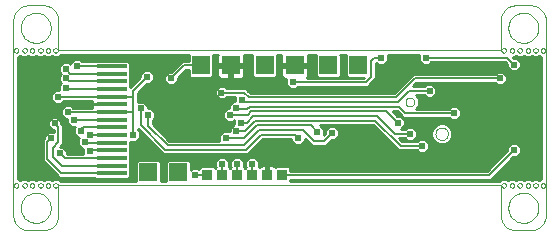
<source format=gbl>
G75*
%MOIN*%
%OFA0B0*%
%FSLAX24Y24*%
%IPPOS*%
%LPD*%
%AMOC8*
5,1,8,0,0,1.08239X$1,22.5*
%
%ADD10C,0.0000*%
%ADD11R,0.0600X0.0600*%
%ADD12R,0.1024X0.0138*%
%ADD13R,0.0320X0.0350*%
%ADD14C,0.0100*%
%ADD15C,0.0240*%
%ADD16C,0.0080*%
D10*
X004943Y002893D02*
X005443Y002893D01*
X005487Y002895D01*
X005530Y002901D01*
X005572Y002910D01*
X005614Y002923D01*
X005654Y002940D01*
X005693Y002960D01*
X005730Y002983D01*
X005764Y003010D01*
X005797Y003039D01*
X005826Y003072D01*
X005853Y003106D01*
X005876Y003143D01*
X005896Y003182D01*
X005913Y003222D01*
X005926Y003264D01*
X005935Y003306D01*
X005941Y003349D01*
X005943Y003393D01*
X005943Y004393D01*
X020693Y004393D01*
X020693Y003393D01*
X020695Y003349D01*
X020701Y003306D01*
X020710Y003264D01*
X020723Y003222D01*
X020740Y003182D01*
X020760Y003143D01*
X020783Y003106D01*
X020810Y003072D01*
X020839Y003039D01*
X020872Y003010D01*
X020906Y002983D01*
X020943Y002960D01*
X020982Y002940D01*
X021022Y002923D01*
X021064Y002910D01*
X021106Y002901D01*
X021149Y002895D01*
X021193Y002893D01*
X021693Y002893D01*
X021737Y002895D01*
X021780Y002901D01*
X021822Y002910D01*
X021864Y002923D01*
X021904Y002940D01*
X021943Y002960D01*
X021980Y002983D01*
X022014Y003010D01*
X022047Y003039D01*
X022076Y003072D01*
X022103Y003106D01*
X022126Y003143D01*
X022146Y003182D01*
X022163Y003222D01*
X022176Y003264D01*
X022185Y003306D01*
X022191Y003349D01*
X022193Y003393D01*
X022193Y009893D01*
X022191Y009937D01*
X022185Y009980D01*
X022176Y010022D01*
X022163Y010064D01*
X022146Y010104D01*
X022126Y010143D01*
X022103Y010180D01*
X022076Y010214D01*
X022047Y010247D01*
X022014Y010276D01*
X021980Y010303D01*
X021943Y010326D01*
X021904Y010346D01*
X021864Y010363D01*
X021822Y010376D01*
X021780Y010385D01*
X021737Y010391D01*
X021693Y010393D01*
X021193Y010393D01*
X021149Y010391D01*
X021106Y010385D01*
X021064Y010376D01*
X021022Y010363D01*
X020982Y010346D01*
X020943Y010326D01*
X020906Y010303D01*
X020872Y010276D01*
X020839Y010247D01*
X020810Y010214D01*
X020783Y010180D01*
X020760Y010143D01*
X020740Y010104D01*
X020723Y010064D01*
X020710Y010022D01*
X020701Y009980D01*
X020695Y009937D01*
X020693Y009893D01*
X020693Y008893D01*
X005943Y008893D01*
X005943Y009893D01*
X005941Y009937D01*
X005935Y009980D01*
X005926Y010022D01*
X005913Y010064D01*
X005896Y010104D01*
X005876Y010143D01*
X005853Y010180D01*
X005826Y010214D01*
X005797Y010247D01*
X005764Y010276D01*
X005730Y010303D01*
X005693Y010326D01*
X005654Y010346D01*
X005614Y010363D01*
X005572Y010376D01*
X005530Y010385D01*
X005487Y010391D01*
X005443Y010393D01*
X004943Y010393D01*
X004899Y010391D01*
X004856Y010385D01*
X004814Y010376D01*
X004772Y010363D01*
X004732Y010346D01*
X004693Y010326D01*
X004656Y010303D01*
X004622Y010276D01*
X004589Y010247D01*
X004560Y010214D01*
X004533Y010180D01*
X004510Y010143D01*
X004490Y010104D01*
X004473Y010064D01*
X004460Y010022D01*
X004451Y009980D01*
X004445Y009937D01*
X004443Y009893D01*
X004443Y003393D01*
X004445Y003349D01*
X004451Y003306D01*
X004460Y003264D01*
X004473Y003222D01*
X004490Y003182D01*
X004510Y003143D01*
X004533Y003106D01*
X004560Y003072D01*
X004589Y003039D01*
X004622Y003010D01*
X004656Y002983D01*
X004693Y002960D01*
X004732Y002940D01*
X004772Y002923D01*
X004814Y002910D01*
X004856Y002901D01*
X004899Y002895D01*
X004943Y002893D01*
X004693Y003643D02*
X004695Y003687D01*
X004701Y003731D01*
X004711Y003774D01*
X004724Y003816D01*
X004741Y003857D01*
X004762Y003896D01*
X004786Y003933D01*
X004813Y003968D01*
X004843Y004000D01*
X004876Y004030D01*
X004912Y004056D01*
X004949Y004080D01*
X004989Y004099D01*
X005030Y004116D01*
X005073Y004128D01*
X005116Y004137D01*
X005160Y004142D01*
X005204Y004143D01*
X005248Y004140D01*
X005292Y004133D01*
X005335Y004122D01*
X005377Y004108D01*
X005417Y004090D01*
X005456Y004068D01*
X005492Y004044D01*
X005526Y004016D01*
X005558Y003985D01*
X005587Y003951D01*
X005613Y003915D01*
X005635Y003877D01*
X005654Y003837D01*
X005669Y003795D01*
X005681Y003753D01*
X005689Y003709D01*
X005693Y003665D01*
X005693Y003621D01*
X005689Y003577D01*
X005681Y003533D01*
X005669Y003491D01*
X005654Y003449D01*
X005635Y003409D01*
X005613Y003371D01*
X005587Y003335D01*
X005558Y003301D01*
X005526Y003270D01*
X005492Y003242D01*
X005456Y003218D01*
X005417Y003196D01*
X005377Y003178D01*
X005335Y003164D01*
X005292Y003153D01*
X005248Y003146D01*
X005204Y003143D01*
X005160Y003144D01*
X005116Y003149D01*
X005073Y003158D01*
X005030Y003170D01*
X004989Y003187D01*
X004949Y003206D01*
X004912Y003230D01*
X004876Y003256D01*
X004843Y003286D01*
X004813Y003318D01*
X004786Y003353D01*
X004762Y003390D01*
X004741Y003429D01*
X004724Y003470D01*
X004711Y003512D01*
X004701Y003555D01*
X004695Y003599D01*
X004693Y003643D01*
X004743Y004393D02*
X004745Y004410D01*
X004750Y004426D01*
X004759Y004440D01*
X004771Y004452D01*
X004785Y004461D01*
X004801Y004466D01*
X004818Y004468D01*
X004835Y004466D01*
X004851Y004461D01*
X004865Y004452D01*
X004877Y004440D01*
X004886Y004426D01*
X004891Y004410D01*
X004893Y004393D01*
X004891Y004376D01*
X004886Y004360D01*
X004877Y004346D01*
X004865Y004334D01*
X004851Y004325D01*
X004835Y004320D01*
X004818Y004318D01*
X004801Y004320D01*
X004785Y004325D01*
X004771Y004334D01*
X004759Y004346D01*
X004750Y004360D01*
X004745Y004376D01*
X004743Y004393D01*
X004462Y004393D02*
X004464Y004410D01*
X004469Y004426D01*
X004478Y004440D01*
X004490Y004452D01*
X004504Y004461D01*
X004520Y004466D01*
X004537Y004468D01*
X004554Y004466D01*
X004570Y004461D01*
X004584Y004452D01*
X004596Y004440D01*
X004605Y004426D01*
X004610Y004410D01*
X004612Y004393D01*
X004610Y004376D01*
X004605Y004360D01*
X004596Y004346D01*
X004584Y004334D01*
X004570Y004325D01*
X004554Y004320D01*
X004537Y004318D01*
X004520Y004320D01*
X004504Y004325D01*
X004490Y004334D01*
X004478Y004346D01*
X004469Y004360D01*
X004464Y004376D01*
X004462Y004393D01*
X004993Y004393D02*
X004995Y004410D01*
X005000Y004426D01*
X005009Y004440D01*
X005021Y004452D01*
X005035Y004461D01*
X005051Y004466D01*
X005068Y004468D01*
X005085Y004466D01*
X005101Y004461D01*
X005115Y004452D01*
X005127Y004440D01*
X005136Y004426D01*
X005141Y004410D01*
X005143Y004393D01*
X005141Y004376D01*
X005136Y004360D01*
X005127Y004346D01*
X005115Y004334D01*
X005101Y004325D01*
X005085Y004320D01*
X005068Y004318D01*
X005051Y004320D01*
X005035Y004325D01*
X005021Y004334D01*
X005009Y004346D01*
X005000Y004360D01*
X004995Y004376D01*
X004993Y004393D01*
X005274Y004393D02*
X005276Y004410D01*
X005281Y004426D01*
X005290Y004440D01*
X005302Y004452D01*
X005316Y004461D01*
X005332Y004466D01*
X005349Y004468D01*
X005366Y004466D01*
X005382Y004461D01*
X005396Y004452D01*
X005408Y004440D01*
X005417Y004426D01*
X005422Y004410D01*
X005424Y004393D01*
X005422Y004376D01*
X005417Y004360D01*
X005408Y004346D01*
X005396Y004334D01*
X005382Y004325D01*
X005366Y004320D01*
X005349Y004318D01*
X005332Y004320D01*
X005316Y004325D01*
X005302Y004334D01*
X005290Y004346D01*
X005281Y004360D01*
X005276Y004376D01*
X005274Y004393D01*
X005524Y004393D02*
X005526Y004410D01*
X005531Y004426D01*
X005540Y004440D01*
X005552Y004452D01*
X005566Y004461D01*
X005582Y004466D01*
X005599Y004468D01*
X005616Y004466D01*
X005632Y004461D01*
X005646Y004452D01*
X005658Y004440D01*
X005667Y004426D01*
X005672Y004410D01*
X005674Y004393D01*
X005672Y004376D01*
X005667Y004360D01*
X005658Y004346D01*
X005646Y004334D01*
X005632Y004325D01*
X005616Y004320D01*
X005599Y004318D01*
X005582Y004320D01*
X005566Y004325D01*
X005552Y004334D01*
X005540Y004346D01*
X005531Y004360D01*
X005526Y004376D01*
X005524Y004393D01*
X005774Y004393D02*
X005776Y004410D01*
X005781Y004426D01*
X005790Y004440D01*
X005802Y004452D01*
X005816Y004461D01*
X005832Y004466D01*
X005849Y004468D01*
X005866Y004466D01*
X005882Y004461D01*
X005896Y004452D01*
X005908Y004440D01*
X005917Y004426D01*
X005922Y004410D01*
X005924Y004393D01*
X005922Y004376D01*
X005917Y004360D01*
X005908Y004346D01*
X005896Y004334D01*
X005882Y004325D01*
X005866Y004320D01*
X005849Y004318D01*
X005832Y004320D01*
X005816Y004325D01*
X005802Y004334D01*
X005790Y004346D01*
X005781Y004360D01*
X005776Y004376D01*
X005774Y004393D01*
X005774Y008893D02*
X005776Y008910D01*
X005781Y008926D01*
X005790Y008940D01*
X005802Y008952D01*
X005816Y008961D01*
X005832Y008966D01*
X005849Y008968D01*
X005866Y008966D01*
X005882Y008961D01*
X005896Y008952D01*
X005908Y008940D01*
X005917Y008926D01*
X005922Y008910D01*
X005924Y008893D01*
X005922Y008876D01*
X005917Y008860D01*
X005908Y008846D01*
X005896Y008834D01*
X005882Y008825D01*
X005866Y008820D01*
X005849Y008818D01*
X005832Y008820D01*
X005816Y008825D01*
X005802Y008834D01*
X005790Y008846D01*
X005781Y008860D01*
X005776Y008876D01*
X005774Y008893D01*
X005524Y008893D02*
X005526Y008910D01*
X005531Y008926D01*
X005540Y008940D01*
X005552Y008952D01*
X005566Y008961D01*
X005582Y008966D01*
X005599Y008968D01*
X005616Y008966D01*
X005632Y008961D01*
X005646Y008952D01*
X005658Y008940D01*
X005667Y008926D01*
X005672Y008910D01*
X005674Y008893D01*
X005672Y008876D01*
X005667Y008860D01*
X005658Y008846D01*
X005646Y008834D01*
X005632Y008825D01*
X005616Y008820D01*
X005599Y008818D01*
X005582Y008820D01*
X005566Y008825D01*
X005552Y008834D01*
X005540Y008846D01*
X005531Y008860D01*
X005526Y008876D01*
X005524Y008893D01*
X005274Y008893D02*
X005276Y008910D01*
X005281Y008926D01*
X005290Y008940D01*
X005302Y008952D01*
X005316Y008961D01*
X005332Y008966D01*
X005349Y008968D01*
X005366Y008966D01*
X005382Y008961D01*
X005396Y008952D01*
X005408Y008940D01*
X005417Y008926D01*
X005422Y008910D01*
X005424Y008893D01*
X005422Y008876D01*
X005417Y008860D01*
X005408Y008846D01*
X005396Y008834D01*
X005382Y008825D01*
X005366Y008820D01*
X005349Y008818D01*
X005332Y008820D01*
X005316Y008825D01*
X005302Y008834D01*
X005290Y008846D01*
X005281Y008860D01*
X005276Y008876D01*
X005274Y008893D01*
X004993Y008893D02*
X004995Y008910D01*
X005000Y008926D01*
X005009Y008940D01*
X005021Y008952D01*
X005035Y008961D01*
X005051Y008966D01*
X005068Y008968D01*
X005085Y008966D01*
X005101Y008961D01*
X005115Y008952D01*
X005127Y008940D01*
X005136Y008926D01*
X005141Y008910D01*
X005143Y008893D01*
X005141Y008876D01*
X005136Y008860D01*
X005127Y008846D01*
X005115Y008834D01*
X005101Y008825D01*
X005085Y008820D01*
X005068Y008818D01*
X005051Y008820D01*
X005035Y008825D01*
X005021Y008834D01*
X005009Y008846D01*
X005000Y008860D01*
X004995Y008876D01*
X004993Y008893D01*
X004743Y008893D02*
X004745Y008910D01*
X004750Y008926D01*
X004759Y008940D01*
X004771Y008952D01*
X004785Y008961D01*
X004801Y008966D01*
X004818Y008968D01*
X004835Y008966D01*
X004851Y008961D01*
X004865Y008952D01*
X004877Y008940D01*
X004886Y008926D01*
X004891Y008910D01*
X004893Y008893D01*
X004891Y008876D01*
X004886Y008860D01*
X004877Y008846D01*
X004865Y008834D01*
X004851Y008825D01*
X004835Y008820D01*
X004818Y008818D01*
X004801Y008820D01*
X004785Y008825D01*
X004771Y008834D01*
X004759Y008846D01*
X004750Y008860D01*
X004745Y008876D01*
X004743Y008893D01*
X004462Y008893D02*
X004464Y008910D01*
X004469Y008926D01*
X004478Y008940D01*
X004490Y008952D01*
X004504Y008961D01*
X004520Y008966D01*
X004537Y008968D01*
X004554Y008966D01*
X004570Y008961D01*
X004584Y008952D01*
X004596Y008940D01*
X004605Y008926D01*
X004610Y008910D01*
X004612Y008893D01*
X004610Y008876D01*
X004605Y008860D01*
X004596Y008846D01*
X004584Y008834D01*
X004570Y008825D01*
X004554Y008820D01*
X004537Y008818D01*
X004520Y008820D01*
X004504Y008825D01*
X004490Y008834D01*
X004478Y008846D01*
X004469Y008860D01*
X004464Y008876D01*
X004462Y008893D01*
X004693Y009643D02*
X004695Y009687D01*
X004701Y009731D01*
X004711Y009774D01*
X004724Y009816D01*
X004741Y009857D01*
X004762Y009896D01*
X004786Y009933D01*
X004813Y009968D01*
X004843Y010000D01*
X004876Y010030D01*
X004912Y010056D01*
X004949Y010080D01*
X004989Y010099D01*
X005030Y010116D01*
X005073Y010128D01*
X005116Y010137D01*
X005160Y010142D01*
X005204Y010143D01*
X005248Y010140D01*
X005292Y010133D01*
X005335Y010122D01*
X005377Y010108D01*
X005417Y010090D01*
X005456Y010068D01*
X005492Y010044D01*
X005526Y010016D01*
X005558Y009985D01*
X005587Y009951D01*
X005613Y009915D01*
X005635Y009877D01*
X005654Y009837D01*
X005669Y009795D01*
X005681Y009753D01*
X005689Y009709D01*
X005693Y009665D01*
X005693Y009621D01*
X005689Y009577D01*
X005681Y009533D01*
X005669Y009491D01*
X005654Y009449D01*
X005635Y009409D01*
X005613Y009371D01*
X005587Y009335D01*
X005558Y009301D01*
X005526Y009270D01*
X005492Y009242D01*
X005456Y009218D01*
X005417Y009196D01*
X005377Y009178D01*
X005335Y009164D01*
X005292Y009153D01*
X005248Y009146D01*
X005204Y009143D01*
X005160Y009144D01*
X005116Y009149D01*
X005073Y009158D01*
X005030Y009170D01*
X004989Y009187D01*
X004949Y009206D01*
X004912Y009230D01*
X004876Y009256D01*
X004843Y009286D01*
X004813Y009318D01*
X004786Y009353D01*
X004762Y009390D01*
X004741Y009429D01*
X004724Y009470D01*
X004711Y009512D01*
X004701Y009555D01*
X004695Y009599D01*
X004693Y009643D01*
X017516Y007172D02*
X017518Y007196D01*
X017524Y007219D01*
X017533Y007241D01*
X017546Y007261D01*
X017561Y007279D01*
X017580Y007294D01*
X017601Y007306D01*
X017623Y007314D01*
X017646Y007319D01*
X017670Y007320D01*
X017694Y007317D01*
X017716Y007310D01*
X017738Y007300D01*
X017758Y007287D01*
X017775Y007270D01*
X017789Y007251D01*
X017800Y007230D01*
X017808Y007207D01*
X017812Y007184D01*
X017812Y007160D01*
X017808Y007137D01*
X017800Y007114D01*
X017789Y007093D01*
X017775Y007074D01*
X017758Y007057D01*
X017738Y007044D01*
X017716Y007034D01*
X017694Y007027D01*
X017670Y007024D01*
X017646Y007025D01*
X017623Y007030D01*
X017601Y007038D01*
X017580Y007050D01*
X017561Y007065D01*
X017546Y007083D01*
X017533Y007103D01*
X017524Y007125D01*
X017518Y007148D01*
X017516Y007172D01*
X018515Y006114D02*
X018517Y006142D01*
X018523Y006170D01*
X018532Y006196D01*
X018545Y006222D01*
X018561Y006245D01*
X018581Y006265D01*
X018603Y006283D01*
X018627Y006298D01*
X018653Y006309D01*
X018680Y006317D01*
X018708Y006321D01*
X018736Y006321D01*
X018764Y006317D01*
X018791Y006309D01*
X018817Y006298D01*
X018841Y006283D01*
X018863Y006265D01*
X018883Y006245D01*
X018899Y006222D01*
X018912Y006196D01*
X018921Y006170D01*
X018927Y006142D01*
X018929Y006114D01*
X018927Y006086D01*
X018921Y006058D01*
X018912Y006032D01*
X018899Y006006D01*
X018883Y005983D01*
X018863Y005963D01*
X018841Y005945D01*
X018817Y005930D01*
X018791Y005919D01*
X018764Y005911D01*
X018736Y005907D01*
X018708Y005907D01*
X018680Y005911D01*
X018653Y005919D01*
X018627Y005930D01*
X018603Y005945D01*
X018581Y005963D01*
X018561Y005983D01*
X018545Y006006D01*
X018532Y006032D01*
X018523Y006058D01*
X018517Y006086D01*
X018515Y006114D01*
X020712Y004393D02*
X020714Y004410D01*
X020719Y004426D01*
X020728Y004440D01*
X020740Y004452D01*
X020754Y004461D01*
X020770Y004466D01*
X020787Y004468D01*
X020804Y004466D01*
X020820Y004461D01*
X020834Y004452D01*
X020846Y004440D01*
X020855Y004426D01*
X020860Y004410D01*
X020862Y004393D01*
X020860Y004376D01*
X020855Y004360D01*
X020846Y004346D01*
X020834Y004334D01*
X020820Y004325D01*
X020804Y004320D01*
X020787Y004318D01*
X020770Y004320D01*
X020754Y004325D01*
X020740Y004334D01*
X020728Y004346D01*
X020719Y004360D01*
X020714Y004376D01*
X020712Y004393D01*
X020993Y004393D02*
X020995Y004410D01*
X021000Y004426D01*
X021009Y004440D01*
X021021Y004452D01*
X021035Y004461D01*
X021051Y004466D01*
X021068Y004468D01*
X021085Y004466D01*
X021101Y004461D01*
X021115Y004452D01*
X021127Y004440D01*
X021136Y004426D01*
X021141Y004410D01*
X021143Y004393D01*
X021141Y004376D01*
X021136Y004360D01*
X021127Y004346D01*
X021115Y004334D01*
X021101Y004325D01*
X021085Y004320D01*
X021068Y004318D01*
X021051Y004320D01*
X021035Y004325D01*
X021021Y004334D01*
X021009Y004346D01*
X021000Y004360D01*
X020995Y004376D01*
X020993Y004393D01*
X021243Y004393D02*
X021245Y004410D01*
X021250Y004426D01*
X021259Y004440D01*
X021271Y004452D01*
X021285Y004461D01*
X021301Y004466D01*
X021318Y004468D01*
X021335Y004466D01*
X021351Y004461D01*
X021365Y004452D01*
X021377Y004440D01*
X021386Y004426D01*
X021391Y004410D01*
X021393Y004393D01*
X021391Y004376D01*
X021386Y004360D01*
X021377Y004346D01*
X021365Y004334D01*
X021351Y004325D01*
X021335Y004320D01*
X021318Y004318D01*
X021301Y004320D01*
X021285Y004325D01*
X021271Y004334D01*
X021259Y004346D01*
X021250Y004360D01*
X021245Y004376D01*
X021243Y004393D01*
X021524Y004393D02*
X021526Y004410D01*
X021531Y004426D01*
X021540Y004440D01*
X021552Y004452D01*
X021566Y004461D01*
X021582Y004466D01*
X021599Y004468D01*
X021616Y004466D01*
X021632Y004461D01*
X021646Y004452D01*
X021658Y004440D01*
X021667Y004426D01*
X021672Y004410D01*
X021674Y004393D01*
X021672Y004376D01*
X021667Y004360D01*
X021658Y004346D01*
X021646Y004334D01*
X021632Y004325D01*
X021616Y004320D01*
X021599Y004318D01*
X021582Y004320D01*
X021566Y004325D01*
X021552Y004334D01*
X021540Y004346D01*
X021531Y004360D01*
X021526Y004376D01*
X021524Y004393D01*
X021774Y004393D02*
X021776Y004410D01*
X021781Y004426D01*
X021790Y004440D01*
X021802Y004452D01*
X021816Y004461D01*
X021832Y004466D01*
X021849Y004468D01*
X021866Y004466D01*
X021882Y004461D01*
X021896Y004452D01*
X021908Y004440D01*
X021917Y004426D01*
X021922Y004410D01*
X021924Y004393D01*
X021922Y004376D01*
X021917Y004360D01*
X021908Y004346D01*
X021896Y004334D01*
X021882Y004325D01*
X021866Y004320D01*
X021849Y004318D01*
X021832Y004320D01*
X021816Y004325D01*
X021802Y004334D01*
X021790Y004346D01*
X021781Y004360D01*
X021776Y004376D01*
X021774Y004393D01*
X022024Y004393D02*
X022026Y004410D01*
X022031Y004426D01*
X022040Y004440D01*
X022052Y004452D01*
X022066Y004461D01*
X022082Y004466D01*
X022099Y004468D01*
X022116Y004466D01*
X022132Y004461D01*
X022146Y004452D01*
X022158Y004440D01*
X022167Y004426D01*
X022172Y004410D01*
X022174Y004393D01*
X022172Y004376D01*
X022167Y004360D01*
X022158Y004346D01*
X022146Y004334D01*
X022132Y004325D01*
X022116Y004320D01*
X022099Y004318D01*
X022082Y004320D01*
X022066Y004325D01*
X022052Y004334D01*
X022040Y004346D01*
X022031Y004360D01*
X022026Y004376D01*
X022024Y004393D01*
X020943Y003643D02*
X020945Y003687D01*
X020951Y003731D01*
X020961Y003774D01*
X020974Y003816D01*
X020991Y003857D01*
X021012Y003896D01*
X021036Y003933D01*
X021063Y003968D01*
X021093Y004000D01*
X021126Y004030D01*
X021162Y004056D01*
X021199Y004080D01*
X021239Y004099D01*
X021280Y004116D01*
X021323Y004128D01*
X021366Y004137D01*
X021410Y004142D01*
X021454Y004143D01*
X021498Y004140D01*
X021542Y004133D01*
X021585Y004122D01*
X021627Y004108D01*
X021667Y004090D01*
X021706Y004068D01*
X021742Y004044D01*
X021776Y004016D01*
X021808Y003985D01*
X021837Y003951D01*
X021863Y003915D01*
X021885Y003877D01*
X021904Y003837D01*
X021919Y003795D01*
X021931Y003753D01*
X021939Y003709D01*
X021943Y003665D01*
X021943Y003621D01*
X021939Y003577D01*
X021931Y003533D01*
X021919Y003491D01*
X021904Y003449D01*
X021885Y003409D01*
X021863Y003371D01*
X021837Y003335D01*
X021808Y003301D01*
X021776Y003270D01*
X021742Y003242D01*
X021706Y003218D01*
X021667Y003196D01*
X021627Y003178D01*
X021585Y003164D01*
X021542Y003153D01*
X021498Y003146D01*
X021454Y003143D01*
X021410Y003144D01*
X021366Y003149D01*
X021323Y003158D01*
X021280Y003170D01*
X021239Y003187D01*
X021199Y003206D01*
X021162Y003230D01*
X021126Y003256D01*
X021093Y003286D01*
X021063Y003318D01*
X021036Y003353D01*
X021012Y003390D01*
X020991Y003429D01*
X020974Y003470D01*
X020961Y003512D01*
X020951Y003555D01*
X020945Y003599D01*
X020943Y003643D01*
X020993Y008893D02*
X020995Y008910D01*
X021000Y008926D01*
X021009Y008940D01*
X021021Y008952D01*
X021035Y008961D01*
X021051Y008966D01*
X021068Y008968D01*
X021085Y008966D01*
X021101Y008961D01*
X021115Y008952D01*
X021127Y008940D01*
X021136Y008926D01*
X021141Y008910D01*
X021143Y008893D01*
X021141Y008876D01*
X021136Y008860D01*
X021127Y008846D01*
X021115Y008834D01*
X021101Y008825D01*
X021085Y008820D01*
X021068Y008818D01*
X021051Y008820D01*
X021035Y008825D01*
X021021Y008834D01*
X021009Y008846D01*
X021000Y008860D01*
X020995Y008876D01*
X020993Y008893D01*
X020712Y008893D02*
X020714Y008910D01*
X020719Y008926D01*
X020728Y008940D01*
X020740Y008952D01*
X020754Y008961D01*
X020770Y008966D01*
X020787Y008968D01*
X020804Y008966D01*
X020820Y008961D01*
X020834Y008952D01*
X020846Y008940D01*
X020855Y008926D01*
X020860Y008910D01*
X020862Y008893D01*
X020860Y008876D01*
X020855Y008860D01*
X020846Y008846D01*
X020834Y008834D01*
X020820Y008825D01*
X020804Y008820D01*
X020787Y008818D01*
X020770Y008820D01*
X020754Y008825D01*
X020740Y008834D01*
X020728Y008846D01*
X020719Y008860D01*
X020714Y008876D01*
X020712Y008893D01*
X021243Y008893D02*
X021245Y008910D01*
X021250Y008926D01*
X021259Y008940D01*
X021271Y008952D01*
X021285Y008961D01*
X021301Y008966D01*
X021318Y008968D01*
X021335Y008966D01*
X021351Y008961D01*
X021365Y008952D01*
X021377Y008940D01*
X021386Y008926D01*
X021391Y008910D01*
X021393Y008893D01*
X021391Y008876D01*
X021386Y008860D01*
X021377Y008846D01*
X021365Y008834D01*
X021351Y008825D01*
X021335Y008820D01*
X021318Y008818D01*
X021301Y008820D01*
X021285Y008825D01*
X021271Y008834D01*
X021259Y008846D01*
X021250Y008860D01*
X021245Y008876D01*
X021243Y008893D01*
X021524Y008893D02*
X021526Y008910D01*
X021531Y008926D01*
X021540Y008940D01*
X021552Y008952D01*
X021566Y008961D01*
X021582Y008966D01*
X021599Y008968D01*
X021616Y008966D01*
X021632Y008961D01*
X021646Y008952D01*
X021658Y008940D01*
X021667Y008926D01*
X021672Y008910D01*
X021674Y008893D01*
X021672Y008876D01*
X021667Y008860D01*
X021658Y008846D01*
X021646Y008834D01*
X021632Y008825D01*
X021616Y008820D01*
X021599Y008818D01*
X021582Y008820D01*
X021566Y008825D01*
X021552Y008834D01*
X021540Y008846D01*
X021531Y008860D01*
X021526Y008876D01*
X021524Y008893D01*
X021774Y008893D02*
X021776Y008910D01*
X021781Y008926D01*
X021790Y008940D01*
X021802Y008952D01*
X021816Y008961D01*
X021832Y008966D01*
X021849Y008968D01*
X021866Y008966D01*
X021882Y008961D01*
X021896Y008952D01*
X021908Y008940D01*
X021917Y008926D01*
X021922Y008910D01*
X021924Y008893D01*
X021922Y008876D01*
X021917Y008860D01*
X021908Y008846D01*
X021896Y008834D01*
X021882Y008825D01*
X021866Y008820D01*
X021849Y008818D01*
X021832Y008820D01*
X021816Y008825D01*
X021802Y008834D01*
X021790Y008846D01*
X021781Y008860D01*
X021776Y008876D01*
X021774Y008893D01*
X022024Y008893D02*
X022026Y008910D01*
X022031Y008926D01*
X022040Y008940D01*
X022052Y008952D01*
X022066Y008961D01*
X022082Y008966D01*
X022099Y008968D01*
X022116Y008966D01*
X022132Y008961D01*
X022146Y008952D01*
X022158Y008940D01*
X022167Y008926D01*
X022172Y008910D01*
X022174Y008893D01*
X022172Y008876D01*
X022167Y008860D01*
X022158Y008846D01*
X022146Y008834D01*
X022132Y008825D01*
X022116Y008820D01*
X022099Y008818D01*
X022082Y008820D01*
X022066Y008825D01*
X022052Y008834D01*
X022040Y008846D01*
X022031Y008860D01*
X022026Y008876D01*
X022024Y008893D01*
X020943Y009643D02*
X020945Y009687D01*
X020951Y009731D01*
X020961Y009774D01*
X020974Y009816D01*
X020991Y009857D01*
X021012Y009896D01*
X021036Y009933D01*
X021063Y009968D01*
X021093Y010000D01*
X021126Y010030D01*
X021162Y010056D01*
X021199Y010080D01*
X021239Y010099D01*
X021280Y010116D01*
X021323Y010128D01*
X021366Y010137D01*
X021410Y010142D01*
X021454Y010143D01*
X021498Y010140D01*
X021542Y010133D01*
X021585Y010122D01*
X021627Y010108D01*
X021667Y010090D01*
X021706Y010068D01*
X021742Y010044D01*
X021776Y010016D01*
X021808Y009985D01*
X021837Y009951D01*
X021863Y009915D01*
X021885Y009877D01*
X021904Y009837D01*
X021919Y009795D01*
X021931Y009753D01*
X021939Y009709D01*
X021943Y009665D01*
X021943Y009621D01*
X021939Y009577D01*
X021931Y009533D01*
X021919Y009491D01*
X021904Y009449D01*
X021885Y009409D01*
X021863Y009371D01*
X021837Y009335D01*
X021808Y009301D01*
X021776Y009270D01*
X021742Y009242D01*
X021706Y009218D01*
X021667Y009196D01*
X021627Y009178D01*
X021585Y009164D01*
X021542Y009153D01*
X021498Y009146D01*
X021454Y009143D01*
X021410Y009144D01*
X021366Y009149D01*
X021323Y009158D01*
X021280Y009170D01*
X021239Y009187D01*
X021199Y009206D01*
X021162Y009230D01*
X021126Y009256D01*
X021093Y009286D01*
X021063Y009318D01*
X021036Y009353D01*
X021012Y009390D01*
X020991Y009429D01*
X020974Y009470D01*
X020961Y009512D01*
X020951Y009555D01*
X020945Y009599D01*
X020943Y009643D01*
D11*
X015943Y008393D03*
X014943Y008393D03*
X013818Y008393D03*
X012818Y008393D03*
X011693Y008393D03*
X010693Y008393D03*
X009943Y004831D03*
X008943Y004831D03*
D12*
X007724Y004789D03*
X007724Y005045D03*
X007724Y005301D03*
X007724Y005557D03*
X007724Y005813D03*
X007724Y006069D03*
X007724Y006325D03*
X007724Y006581D03*
X007724Y006837D03*
X007724Y007093D03*
X007724Y007349D03*
X007724Y007604D03*
X007724Y007860D03*
X007724Y008116D03*
X007724Y008372D03*
D13*
X010912Y004737D03*
X011412Y004737D03*
X011912Y004737D03*
X012412Y004737D03*
X012912Y004737D03*
X013412Y004737D03*
D14*
X013682Y004587D02*
X020349Y004587D01*
X021112Y005351D01*
X021226Y005351D01*
X021360Y005486D01*
X021360Y005676D01*
X021226Y005811D01*
X021035Y005811D01*
X020900Y005676D01*
X020900Y005563D01*
X020224Y004887D01*
X013682Y004887D01*
X013682Y004958D01*
X013617Y005022D01*
X013206Y005022D01*
X013190Y005006D01*
X013164Y005032D01*
X013129Y005052D01*
X013091Y005062D01*
X012942Y005062D01*
X012942Y004767D01*
X012882Y004767D01*
X012882Y005062D01*
X012732Y005062D01*
X012694Y005052D01*
X012659Y005032D01*
X012633Y005006D01*
X012632Y005007D01*
X012642Y005017D01*
X012642Y005207D01*
X012507Y005342D01*
X012316Y005342D01*
X012182Y005207D01*
X012182Y005017D01*
X012191Y005007D01*
X012162Y004978D01*
X012132Y005007D01*
X012142Y005017D01*
X012142Y005207D01*
X012007Y005342D01*
X011816Y005342D01*
X011682Y005207D01*
X011682Y005017D01*
X011691Y005007D01*
X011662Y004978D01*
X011631Y005008D01*
X011642Y005018D01*
X011642Y005209D01*
X011507Y005343D01*
X011316Y005343D01*
X011182Y005209D01*
X011182Y005018D01*
X011192Y005008D01*
X011162Y004978D01*
X011117Y005022D01*
X010706Y005022D01*
X010642Y004958D01*
X010642Y004926D01*
X010601Y004967D01*
X010410Y004967D01*
X010353Y004910D01*
X010353Y005176D01*
X010288Y005241D01*
X009597Y005241D01*
X009533Y005176D01*
X009533Y004543D01*
X009353Y004543D01*
X009353Y005176D01*
X009288Y005241D01*
X008597Y005241D01*
X008533Y005176D01*
X008533Y004543D01*
X006017Y004543D01*
X005942Y004618D01*
X005756Y004618D01*
X005724Y004587D01*
X005692Y004618D01*
X005506Y004618D01*
X005474Y004587D01*
X005442Y004618D01*
X005256Y004618D01*
X005208Y004571D01*
X005161Y004618D01*
X004975Y004618D01*
X004943Y004587D01*
X004911Y004618D01*
X004725Y004618D01*
X004677Y004571D01*
X004630Y004618D01*
X004593Y004618D01*
X004593Y008668D01*
X004630Y008668D01*
X004677Y008716D01*
X004725Y008668D01*
X004911Y008668D01*
X004943Y008700D01*
X004975Y008668D01*
X005161Y008668D01*
X005208Y008716D01*
X005256Y008668D01*
X005442Y008668D01*
X005474Y008700D01*
X005506Y008668D01*
X005692Y008668D01*
X005724Y008700D01*
X005756Y008668D01*
X005942Y008668D01*
X006017Y008743D01*
X010287Y008743D01*
X010283Y008739D01*
X010283Y008543D01*
X010068Y008543D01*
X009711Y008186D01*
X009598Y008186D01*
X009463Y008051D01*
X009463Y007861D01*
X009598Y007726D01*
X009788Y007726D01*
X009923Y007861D01*
X009923Y007974D01*
X010192Y008243D01*
X010283Y008243D01*
X010283Y008048D01*
X010347Y007983D01*
X011038Y007983D01*
X011103Y008048D01*
X011103Y008739D01*
X011098Y008743D01*
X011251Y008743D01*
X011243Y008713D01*
X011243Y008443D01*
X011643Y008443D01*
X011643Y008343D01*
X011743Y008343D01*
X011743Y007943D01*
X012013Y007943D01*
X012051Y007954D01*
X012085Y007973D01*
X012113Y008001D01*
X012133Y008035D01*
X012143Y008074D01*
X012143Y008343D01*
X011743Y008343D01*
X011743Y008443D01*
X012143Y008443D01*
X012143Y008713D01*
X012135Y008743D01*
X012412Y008743D01*
X012408Y008739D01*
X012408Y008048D01*
X012472Y007983D01*
X013163Y007983D01*
X013228Y008048D01*
X013228Y008739D01*
X013223Y008743D01*
X013376Y008743D01*
X013368Y008713D01*
X013368Y008443D01*
X013768Y008443D01*
X013768Y008343D01*
X013368Y008343D01*
X013368Y008074D01*
X013378Y008035D01*
X013398Y008001D01*
X013426Y007973D01*
X013460Y007954D01*
X013498Y007943D01*
X013543Y007943D01*
X013525Y007926D01*
X013525Y007736D01*
X013660Y007601D01*
X013851Y007601D01*
X013931Y007681D01*
X016255Y007681D01*
X016343Y007769D01*
X016442Y007868D01*
X016530Y007956D01*
X016530Y008481D01*
X016598Y008413D01*
X016788Y008413D01*
X016923Y008548D01*
X016923Y008739D01*
X016918Y008743D01*
X017968Y008743D01*
X017963Y008739D01*
X017963Y008548D01*
X018098Y008413D01*
X018288Y008413D01*
X018368Y008493D01*
X020844Y008493D01*
X020900Y008437D01*
X020900Y008324D01*
X021035Y008189D01*
X021226Y008189D01*
X021360Y008324D01*
X021360Y008514D01*
X021226Y008649D01*
X021112Y008649D01*
X021093Y008668D01*
X021161Y008668D01*
X021193Y008700D01*
X021225Y008668D01*
X021411Y008668D01*
X021458Y008716D01*
X021506Y008668D01*
X021692Y008668D01*
X021724Y008700D01*
X021756Y008668D01*
X021942Y008668D01*
X021974Y008700D01*
X022006Y008668D01*
X022043Y008668D01*
X022043Y004618D01*
X022006Y004618D01*
X021974Y004587D01*
X021942Y004618D01*
X021756Y004618D01*
X021724Y004587D01*
X021692Y004618D01*
X021506Y004618D01*
X021458Y004571D01*
X021411Y004618D01*
X021225Y004618D01*
X021193Y004587D01*
X021161Y004618D01*
X020975Y004618D01*
X020927Y004571D01*
X020880Y004618D01*
X020693Y004618D01*
X020618Y004543D01*
X013682Y004543D01*
X013682Y004587D01*
X013682Y004568D02*
X020643Y004568D01*
X020526Y004765D02*
X022043Y004765D01*
X022043Y004863D02*
X020625Y004863D01*
X020723Y004962D02*
X022043Y004962D01*
X022043Y005060D02*
X020822Y005060D01*
X020920Y005159D02*
X022043Y005159D01*
X022043Y005257D02*
X021019Y005257D01*
X021231Y005356D02*
X022043Y005356D01*
X022043Y005454D02*
X021329Y005454D01*
X021360Y005553D02*
X022043Y005553D01*
X022043Y005651D02*
X021360Y005651D01*
X021287Y005750D02*
X022043Y005750D01*
X022043Y005848D02*
X018960Y005848D01*
X018924Y005812D02*
X019024Y005912D01*
X019078Y006043D01*
X019078Y006185D01*
X019024Y006316D01*
X018924Y006417D01*
X018793Y006471D01*
X018651Y006471D01*
X018520Y006417D01*
X018419Y006316D01*
X018365Y006185D01*
X018365Y006043D01*
X018419Y005912D01*
X018520Y005812D01*
X018651Y005758D01*
X018793Y005758D01*
X018924Y005812D01*
X019038Y005947D02*
X022043Y005947D01*
X022043Y006045D02*
X019078Y006045D01*
X019078Y006144D02*
X022043Y006144D01*
X022043Y006242D02*
X019055Y006242D01*
X019000Y006341D02*
X022043Y006341D01*
X022043Y006439D02*
X018869Y006439D01*
X019035Y006570D02*
X019226Y006570D01*
X019360Y006704D01*
X019360Y006895D01*
X019226Y007030D01*
X019035Y007030D01*
X018955Y006950D01*
X017862Y006950D01*
X017916Y007004D01*
X017962Y007113D01*
X017962Y007231D01*
X017916Y007341D01*
X017858Y007400D01*
X018143Y007400D01*
X018223Y007320D01*
X018413Y007320D01*
X018548Y007454D01*
X018548Y007645D01*
X018413Y007780D01*
X018223Y007780D01*
X018143Y007700D01*
X017774Y007700D01*
X017880Y007806D01*
X020486Y007806D01*
X020566Y007726D01*
X020757Y007726D01*
X020892Y007861D01*
X020892Y008051D01*
X020757Y008186D01*
X020566Y008186D01*
X020486Y008106D01*
X017756Y008106D01*
X017131Y007481D01*
X012349Y007481D01*
X012280Y007549D01*
X012192Y007637D01*
X011556Y007637D01*
X011476Y007717D01*
X011285Y007717D01*
X011150Y007582D01*
X011150Y007392D01*
X011285Y007257D01*
X011476Y007257D01*
X011556Y007337D01*
X011843Y007337D01*
X011838Y007332D01*
X011838Y007217D01*
X011754Y007217D01*
X011619Y007082D01*
X011619Y006967D01*
X011566Y006967D01*
X011432Y006832D01*
X011432Y006642D01*
X011566Y006507D01*
X011757Y006507D01*
X011807Y006557D01*
X011807Y006436D01*
X011785Y006436D01*
X011650Y006301D01*
X011650Y006199D01*
X011632Y006217D01*
X011441Y006217D01*
X011307Y006082D01*
X011307Y005892D01*
X011311Y005887D01*
X009645Y005887D01*
X009093Y006439D01*
X009093Y006562D01*
X009173Y006642D01*
X009173Y006832D01*
X009038Y006967D01*
X008923Y006967D01*
X008923Y007051D01*
X008788Y007186D01*
X008598Y007186D01*
X008593Y007181D01*
X008593Y007487D01*
X008894Y007788D01*
X009007Y007788D01*
X009142Y007923D01*
X009142Y008114D01*
X009007Y008248D01*
X008816Y008248D01*
X008682Y008114D01*
X008346Y008114D01*
X008346Y008212D02*
X008780Y008212D01*
X008682Y008114D02*
X008682Y008000D01*
X008381Y007700D01*
X008346Y007665D01*
X008346Y007719D01*
X008333Y007732D01*
X008346Y007746D01*
X008346Y007975D01*
X008333Y007988D01*
X008346Y008002D01*
X008346Y008231D01*
X008333Y008244D01*
X008346Y008258D01*
X008346Y008487D01*
X008282Y008551D01*
X007167Y008551D01*
X007138Y008522D01*
X006733Y008522D01*
X006663Y008592D01*
X006473Y008592D01*
X006338Y008457D01*
X006338Y008449D01*
X006288Y008498D01*
X006098Y008498D01*
X005963Y008364D01*
X005963Y008173D01*
X006024Y008112D01*
X005963Y008051D01*
X005963Y007861D01*
X006024Y007800D01*
X005963Y007739D01*
X005963Y007561D01*
X005848Y007561D01*
X005713Y007426D01*
X005713Y007236D01*
X005848Y007101D01*
X006038Y007101D01*
X006136Y007199D01*
X007067Y007199D01*
X007063Y007181D01*
X007063Y007093D01*
X007724Y007093D01*
X007724Y007093D01*
X007063Y007093D01*
X007063Y007004D01*
X007067Y006987D01*
X006425Y006987D01*
X006351Y007061D01*
X006160Y007061D01*
X006025Y006926D01*
X006025Y006736D01*
X006160Y006601D01*
X006244Y006601D01*
X006244Y006486D01*
X006379Y006351D01*
X006513Y006351D01*
X006463Y006301D01*
X006463Y006111D01*
X006598Y005976D01*
X006638Y005976D01*
X006588Y005926D01*
X006588Y005736D01*
X006723Y005601D01*
X006775Y005601D01*
X006775Y005454D01*
X006778Y005451D01*
X006235Y005451D01*
X006235Y005551D01*
X006101Y005686D01*
X006010Y005686D01*
X006093Y005769D01*
X006093Y006393D01*
X006048Y006438D01*
X006048Y006551D01*
X005913Y006686D01*
X005723Y006686D01*
X005588Y006551D01*
X005588Y006361D01*
X005723Y006226D01*
X005793Y006226D01*
X005793Y006181D01*
X005788Y006186D01*
X005598Y006186D01*
X005463Y006051D01*
X005463Y005938D01*
X005418Y005893D01*
X005418Y005202D01*
X005893Y004727D01*
X005981Y004639D01*
X007138Y004639D01*
X007167Y004611D01*
X008282Y004611D01*
X008346Y004675D01*
X008346Y004904D01*
X008333Y004917D01*
X008346Y004931D01*
X008346Y005160D01*
X008333Y005173D01*
X008346Y005187D01*
X008346Y005416D01*
X008333Y005429D01*
X008346Y005443D01*
X008346Y005672D01*
X008333Y005685D01*
X008346Y005699D01*
X008346Y005852D01*
X008348Y005851D01*
X008538Y005851D01*
X008673Y005986D01*
X008673Y006176D01*
X008593Y006256D01*
X008593Y006279D01*
X008631Y006241D01*
X009353Y005519D01*
X009441Y005431D01*
X012255Y005431D01*
X012755Y005931D01*
X013713Y005931D01*
X013713Y005861D01*
X013848Y005726D01*
X014038Y005726D01*
X014173Y005861D01*
X014173Y005951D01*
X014412Y005712D01*
X014849Y005712D01*
X015050Y005913D01*
X015163Y005913D01*
X015298Y006048D01*
X015298Y006239D01*
X015163Y006373D01*
X014973Y006373D01*
X014838Y006239D01*
X014838Y006125D01*
X014798Y006085D01*
X014798Y006270D01*
X014668Y006400D01*
X016443Y006400D01*
X017199Y005644D01*
X017287Y005556D01*
X017893Y005556D01*
X017973Y005476D01*
X018163Y005476D01*
X018298Y005611D01*
X018298Y005801D01*
X018163Y005936D01*
X017973Y005936D01*
X017893Y005856D01*
X017411Y005856D01*
X017305Y005962D01*
X017486Y005962D01*
X017566Y005882D01*
X017757Y005882D01*
X017892Y006017D01*
X017892Y006207D01*
X017757Y006342D01*
X017566Y006342D01*
X017486Y006262D01*
X017356Y006262D01*
X017485Y006392D01*
X017485Y006582D01*
X017351Y006717D01*
X017237Y006717D01*
X017086Y006868D01*
X017224Y006868D01*
X017355Y006737D01*
X017443Y006650D01*
X018955Y006650D01*
X019035Y006570D01*
X018968Y006636D02*
X017431Y006636D01*
X017485Y006538D02*
X022043Y006538D01*
X022043Y006636D02*
X019292Y006636D01*
X019360Y006735D02*
X022043Y006735D01*
X022043Y006833D02*
X019360Y006833D01*
X019323Y006932D02*
X022043Y006932D01*
X022043Y007030D02*
X017927Y007030D01*
X017962Y007129D02*
X022043Y007129D01*
X022043Y007227D02*
X017962Y007227D01*
X017922Y007326D02*
X018216Y007326D01*
X018419Y007326D02*
X022043Y007326D01*
X022043Y007424D02*
X018518Y007424D01*
X018548Y007523D02*
X022043Y007523D01*
X022043Y007621D02*
X018548Y007621D01*
X018473Y007720D02*
X022043Y007720D01*
X022043Y007818D02*
X020849Y007818D01*
X020892Y007917D02*
X022043Y007917D01*
X022043Y008015D02*
X020892Y008015D01*
X020829Y008114D02*
X022043Y008114D01*
X022043Y008212D02*
X021249Y008212D01*
X021348Y008311D02*
X022043Y008311D01*
X022043Y008409D02*
X021360Y008409D01*
X021360Y008508D02*
X022043Y008508D01*
X022043Y008606D02*
X021268Y008606D01*
X021448Y008705D02*
X021469Y008705D01*
X020900Y008409D02*
X016530Y008409D01*
X016530Y008311D02*
X020913Y008311D01*
X021012Y008212D02*
X016530Y008212D01*
X016530Y008114D02*
X020494Y008114D01*
X018163Y007720D02*
X017794Y007720D01*
X017567Y007917D02*
X016491Y007917D01*
X016530Y008015D02*
X017665Y008015D01*
X017468Y007818D02*
X016392Y007818D01*
X016294Y007720D02*
X017370Y007720D01*
X017271Y007621D02*
X013871Y007621D01*
X013640Y007621D02*
X012208Y007621D01*
X012307Y007523D02*
X017173Y007523D01*
X016133Y007983D02*
X016131Y007981D01*
X014217Y007981D01*
X014238Y008001D01*
X014258Y008035D01*
X014268Y008074D01*
X014268Y008343D01*
X013868Y008343D01*
X013868Y008443D01*
X014268Y008443D01*
X014268Y008713D01*
X014260Y008743D01*
X014537Y008743D01*
X014533Y008739D01*
X014533Y008048D01*
X014597Y007983D01*
X015288Y007983D01*
X015353Y008048D01*
X015353Y008739D01*
X015348Y008743D01*
X015537Y008743D01*
X015533Y008739D01*
X015533Y008048D01*
X015597Y007983D01*
X016133Y007983D01*
X015565Y008015D02*
X015320Y008015D01*
X015353Y008114D02*
X015533Y008114D01*
X015533Y008212D02*
X015353Y008212D01*
X015353Y008311D02*
X015533Y008311D01*
X015533Y008409D02*
X015353Y008409D01*
X015353Y008508D02*
X015533Y008508D01*
X015533Y008606D02*
X015353Y008606D01*
X015353Y008705D02*
X015533Y008705D01*
X014533Y008705D02*
X014268Y008705D01*
X014268Y008606D02*
X014533Y008606D01*
X014533Y008508D02*
X014268Y008508D01*
X014533Y008409D02*
X013868Y008409D01*
X013768Y008409D02*
X013228Y008409D01*
X013228Y008311D02*
X013368Y008311D01*
X013368Y008212D02*
X013228Y008212D01*
X013228Y008114D02*
X013368Y008114D01*
X013390Y008015D02*
X013195Y008015D01*
X013525Y007917D02*
X009923Y007917D01*
X009964Y008015D02*
X010315Y008015D01*
X010283Y008114D02*
X010063Y008114D01*
X010161Y008212D02*
X010283Y008212D01*
X009934Y008409D02*
X008346Y008409D01*
X008346Y008311D02*
X009836Y008311D01*
X009737Y008212D02*
X009043Y008212D01*
X009141Y008114D02*
X009526Y008114D01*
X009463Y008015D02*
X009142Y008015D01*
X009135Y007917D02*
X009463Y007917D01*
X009505Y007818D02*
X009037Y007818D01*
X008825Y007720D02*
X013541Y007720D01*
X013525Y007818D02*
X009881Y007818D01*
X008727Y007621D02*
X011189Y007621D01*
X011150Y007523D02*
X008628Y007523D01*
X008593Y007424D02*
X011150Y007424D01*
X011216Y007326D02*
X008593Y007326D01*
X008593Y007227D02*
X011838Y007227D01*
X011838Y007326D02*
X011544Y007326D01*
X011666Y007129D02*
X008845Y007129D01*
X008923Y007030D02*
X011619Y007030D01*
X011531Y006932D02*
X009073Y006932D01*
X009172Y006833D02*
X011433Y006833D01*
X011432Y006735D02*
X009173Y006735D01*
X009167Y006636D02*
X011437Y006636D01*
X011536Y006538D02*
X009093Y006538D01*
X009093Y006439D02*
X011807Y006439D01*
X011807Y006538D02*
X011788Y006538D01*
X011690Y006341D02*
X009191Y006341D01*
X009289Y006242D02*
X011650Y006242D01*
X011368Y006144D02*
X009388Y006144D01*
X009486Y006045D02*
X011307Y006045D01*
X011307Y005947D02*
X009585Y005947D01*
X009122Y005750D02*
X008346Y005750D01*
X008346Y005848D02*
X009023Y005848D01*
X008925Y005947D02*
X008634Y005947D01*
X008673Y006045D02*
X008826Y006045D01*
X008728Y006144D02*
X008673Y006144D01*
X008629Y006242D02*
X008607Y006242D01*
X008346Y005651D02*
X009220Y005651D01*
X009319Y005553D02*
X008346Y005553D01*
X008346Y005454D02*
X009417Y005454D01*
X009353Y005159D02*
X009533Y005159D01*
X009533Y005060D02*
X009353Y005060D01*
X009353Y004962D02*
X009533Y004962D01*
X009533Y004863D02*
X009353Y004863D01*
X009353Y004765D02*
X009533Y004765D01*
X009533Y004666D02*
X009353Y004666D01*
X009353Y004568D02*
X009533Y004568D01*
X010353Y004962D02*
X010405Y004962D01*
X010353Y005060D02*
X011182Y005060D01*
X011182Y005159D02*
X010353Y005159D01*
X010606Y004962D02*
X010646Y004962D01*
X011230Y005257D02*
X008346Y005257D01*
X008346Y005159D02*
X008533Y005159D01*
X008533Y005060D02*
X008346Y005060D01*
X008346Y004962D02*
X008533Y004962D01*
X008533Y004863D02*
X008346Y004863D01*
X008346Y004765D02*
X008533Y004765D01*
X008533Y004666D02*
X008337Y004666D01*
X008533Y004568D02*
X005993Y004568D01*
X005954Y004666D02*
X004593Y004666D01*
X004593Y004765D02*
X005855Y004765D01*
X005757Y004863D02*
X004593Y004863D01*
X004593Y004962D02*
X005658Y004962D01*
X005560Y005060D02*
X004593Y005060D01*
X004593Y005159D02*
X005461Y005159D01*
X005418Y005257D02*
X004593Y005257D01*
X004593Y005356D02*
X005418Y005356D01*
X005418Y005454D02*
X004593Y005454D01*
X004593Y005553D02*
X005418Y005553D01*
X005418Y005651D02*
X004593Y005651D01*
X004593Y005750D02*
X005418Y005750D01*
X005418Y005848D02*
X004593Y005848D01*
X004593Y005947D02*
X005463Y005947D01*
X005463Y006045D02*
X004593Y006045D01*
X004593Y006144D02*
X005556Y006144D01*
X005706Y006242D02*
X004593Y006242D01*
X004593Y006341D02*
X005608Y006341D01*
X005588Y006439D02*
X004593Y006439D01*
X004593Y006538D02*
X005588Y006538D01*
X005673Y006636D02*
X004593Y006636D01*
X004593Y006735D02*
X006026Y006735D01*
X006025Y006833D02*
X004593Y006833D01*
X004593Y006932D02*
X006031Y006932D01*
X006130Y007030D02*
X004593Y007030D01*
X004593Y007129D02*
X005820Y007129D01*
X005721Y007227D02*
X004593Y007227D01*
X004593Y007326D02*
X005713Y007326D01*
X005713Y007424D02*
X004593Y007424D01*
X004593Y007523D02*
X005810Y007523D01*
X005963Y007621D02*
X004593Y007621D01*
X004593Y007720D02*
X005963Y007720D01*
X006005Y007818D02*
X004593Y007818D01*
X004593Y007917D02*
X005963Y007917D01*
X005963Y008015D02*
X004593Y008015D01*
X004593Y008114D02*
X006022Y008114D01*
X005963Y008212D02*
X004593Y008212D01*
X004593Y008311D02*
X005963Y008311D01*
X006009Y008409D02*
X004593Y008409D01*
X004593Y008508D02*
X006388Y008508D01*
X005979Y008705D02*
X010283Y008705D01*
X010283Y008606D02*
X004593Y008606D01*
X004666Y008705D02*
X004688Y008705D01*
X005198Y008705D02*
X005219Y008705D01*
X006066Y007129D02*
X007063Y007129D01*
X007063Y007030D02*
X006381Y007030D01*
X006125Y006636D02*
X005963Y006636D01*
X006048Y006538D02*
X006244Y006538D01*
X006290Y006439D02*
X006048Y006439D01*
X006093Y006341D02*
X006503Y006341D01*
X006463Y006242D02*
X006093Y006242D01*
X006093Y006144D02*
X006463Y006144D01*
X006528Y006045D02*
X006093Y006045D01*
X006093Y005947D02*
X006609Y005947D01*
X006588Y005848D02*
X006093Y005848D01*
X006074Y005750D02*
X006588Y005750D01*
X006672Y005651D02*
X006135Y005651D01*
X006234Y005553D02*
X006775Y005553D01*
X006775Y005454D02*
X006235Y005454D01*
X008346Y005356D02*
X020693Y005356D01*
X020595Y005257D02*
X012592Y005257D01*
X012642Y005159D02*
X020496Y005159D01*
X020398Y005060D02*
X013098Y005060D01*
X012942Y005060D02*
X012882Y005060D01*
X012882Y004962D02*
X012942Y004962D01*
X012942Y004863D02*
X012882Y004863D01*
X012725Y005060D02*
X012642Y005060D01*
X012232Y005257D02*
X012092Y005257D01*
X012142Y005159D02*
X012182Y005159D01*
X012182Y005060D02*
X012142Y005060D01*
X011732Y005257D02*
X011593Y005257D01*
X011642Y005159D02*
X011682Y005159D01*
X011682Y005060D02*
X011642Y005060D01*
X012278Y005454D02*
X020792Y005454D01*
X020890Y005553D02*
X018240Y005553D01*
X018298Y005651D02*
X020900Y005651D01*
X020974Y005750D02*
X018298Y005750D01*
X018251Y005848D02*
X018483Y005848D01*
X018405Y005947D02*
X017822Y005947D01*
X017892Y006045D02*
X018365Y006045D01*
X018365Y006144D02*
X017892Y006144D01*
X017857Y006242D02*
X018389Y006242D01*
X018444Y006341D02*
X017758Y006341D01*
X017565Y006341D02*
X017434Y006341D01*
X017485Y006439D02*
X018574Y006439D01*
X017502Y005947D02*
X017320Y005947D01*
X016994Y005848D02*
X014985Y005848D01*
X014886Y005750D02*
X017093Y005750D01*
X017191Y005651D02*
X012475Y005651D01*
X012377Y005553D02*
X017896Y005553D01*
X016896Y005947D02*
X015197Y005947D01*
X015295Y006045D02*
X016797Y006045D01*
X016699Y006144D02*
X015298Y006144D01*
X015294Y006242D02*
X016600Y006242D01*
X016502Y006341D02*
X015196Y006341D01*
X014940Y006341D02*
X014727Y006341D01*
X014798Y006242D02*
X014842Y006242D01*
X014838Y006144D02*
X014798Y006144D01*
X014276Y005848D02*
X014161Y005848D01*
X014173Y005947D02*
X014177Y005947D01*
X013725Y005848D02*
X012672Y005848D01*
X012574Y005750D02*
X013824Y005750D01*
X014062Y005750D02*
X014374Y005750D01*
X013677Y004962D02*
X020299Y004962D01*
X020428Y004666D02*
X022043Y004666D01*
X017358Y006735D02*
X017220Y006735D01*
X017259Y006833D02*
X017121Y006833D01*
X017355Y006737D02*
X017355Y006737D01*
X014565Y008015D02*
X014246Y008015D01*
X014268Y008114D02*
X014533Y008114D01*
X014533Y008212D02*
X014268Y008212D01*
X014268Y008311D02*
X014533Y008311D01*
X013368Y008508D02*
X013228Y008508D01*
X013228Y008606D02*
X013368Y008606D01*
X013368Y008705D02*
X013228Y008705D01*
X012408Y008705D02*
X012143Y008705D01*
X012143Y008606D02*
X012408Y008606D01*
X012408Y008508D02*
X012143Y008508D01*
X012408Y008409D02*
X011743Y008409D01*
X011743Y008311D02*
X011643Y008311D01*
X011643Y008343D02*
X011643Y007943D01*
X011373Y007943D01*
X011335Y007954D01*
X011301Y007973D01*
X011273Y008001D01*
X011253Y008035D01*
X011243Y008074D01*
X011243Y008343D01*
X011643Y008343D01*
X011643Y008409D02*
X011103Y008409D01*
X011103Y008311D02*
X011243Y008311D01*
X011243Y008212D02*
X011103Y008212D01*
X011103Y008114D02*
X011243Y008114D01*
X011265Y008015D02*
X011070Y008015D01*
X011643Y008015D02*
X011743Y008015D01*
X011743Y008114D02*
X011643Y008114D01*
X011643Y008212D02*
X011743Y008212D01*
X012143Y008212D02*
X012408Y008212D01*
X012408Y008114D02*
X012143Y008114D01*
X012121Y008015D02*
X012440Y008015D01*
X012408Y008311D02*
X012143Y008311D01*
X011243Y008508D02*
X011103Y008508D01*
X011103Y008606D02*
X011243Y008606D01*
X011243Y008705D02*
X011103Y008705D01*
X010033Y008508D02*
X008325Y008508D01*
X008346Y008015D02*
X008682Y008015D01*
X008598Y007917D02*
X008346Y007917D01*
X008346Y007818D02*
X008499Y007818D01*
X008401Y007720D02*
X008345Y007720D01*
X008381Y007700D02*
X008381Y007700D01*
X016883Y008508D02*
X018003Y008508D01*
X017963Y008606D02*
X016923Y008606D01*
X016923Y008705D02*
X017963Y008705D01*
D15*
X018193Y008643D03*
X016693Y008643D03*
X016662Y008331D03*
X018318Y007550D03*
X018755Y007143D03*
X019130Y006800D03*
X020130Y007143D03*
X020662Y007956D03*
X020662Y008300D03*
X021130Y008419D03*
X021912Y008393D03*
X017662Y006112D03*
X017255Y006487D03*
X018068Y005706D03*
X015068Y006143D03*
X014568Y006175D03*
X013943Y005956D03*
X013630Y005612D03*
X012412Y005112D03*
X011912Y005112D03*
X011412Y005113D03*
X010505Y004737D03*
X008443Y005237D03*
X007005Y005550D03*
X006818Y005831D03*
X007005Y006081D03*
X006693Y006206D03*
X006474Y006581D03*
X006255Y006831D03*
X005818Y006456D03*
X005693Y005956D03*
X006005Y005456D03*
X004787Y005268D03*
X008443Y006081D03*
X008943Y006737D03*
X008693Y006956D03*
X010162Y006706D03*
X011380Y007487D03*
X012068Y007237D03*
X011849Y006987D03*
X011662Y006737D03*
X012037Y006487D03*
X011880Y006206D03*
X011537Y005987D03*
X013443Y007768D03*
X013755Y007831D03*
X009693Y007956D03*
X008912Y008018D03*
X007943Y008643D03*
X006568Y008362D03*
X006193Y008268D03*
X006193Y007956D03*
X006193Y007643D03*
X005943Y007331D03*
X021130Y005581D03*
X021912Y004862D03*
D16*
X021130Y005581D02*
X020287Y004737D01*
X013412Y004737D01*
X012443Y004768D02*
X012412Y004737D01*
X012412Y005112D01*
X011912Y005112D02*
X011912Y004737D01*
X011943Y004768D01*
X011412Y004737D02*
X011412Y005113D01*
X010912Y004737D02*
X010505Y004737D01*
X009503Y005581D02*
X012193Y005581D01*
X012693Y006081D01*
X013818Y006081D01*
X013943Y005956D01*
X014099Y006237D02*
X012630Y006237D01*
X012130Y005737D01*
X009583Y005737D01*
X008943Y006377D01*
X008943Y006737D01*
X008693Y006956D02*
X008693Y006391D01*
X009503Y005581D01*
X008443Y006081D02*
X008443Y006831D01*
X008443Y007349D01*
X008443Y007550D01*
X008912Y008018D01*
X009693Y007956D02*
X010130Y008393D01*
X010693Y008393D01*
X011380Y007487D02*
X012130Y007487D01*
X012287Y007331D01*
X017193Y007331D01*
X017818Y007956D01*
X020662Y007956D01*
X021130Y008419D02*
X020906Y008643D01*
X018193Y008643D01*
X016693Y008643D02*
X016474Y008643D01*
X016380Y008550D01*
X016380Y008018D01*
X016193Y007831D01*
X013755Y007831D01*
X012318Y007018D02*
X012224Y006925D01*
X011912Y006925D01*
X011849Y006987D01*
X011662Y006737D02*
X012255Y006737D01*
X012380Y006862D01*
X016880Y006862D01*
X017255Y006487D01*
X017505Y006800D02*
X019130Y006800D01*
X018318Y007550D02*
X017630Y007550D01*
X017255Y007175D01*
X012130Y007175D01*
X012068Y007237D01*
X012318Y007018D02*
X017287Y007018D01*
X017505Y006800D01*
X017162Y006112D02*
X016568Y006706D01*
X012443Y006706D01*
X012224Y006487D01*
X012037Y006487D01*
X012162Y006206D02*
X011880Y006206D01*
X012162Y006206D02*
X012505Y006550D01*
X016505Y006550D01*
X017349Y005706D01*
X018068Y005706D01*
X017662Y006112D02*
X017162Y006112D01*
X015068Y006143D02*
X014787Y005862D01*
X014474Y005862D01*
X014099Y006237D01*
X014349Y006393D02*
X014568Y006175D01*
X014349Y006393D02*
X012568Y006393D01*
X012130Y005956D01*
X011568Y005956D01*
X011537Y005987D01*
X008443Y006831D02*
X007730Y006831D01*
X007724Y006837D01*
X006261Y006837D01*
X006255Y006831D01*
X006443Y007093D02*
X007724Y007093D01*
X007724Y007349D02*
X008443Y007349D01*
X007724Y007349D02*
X005961Y007349D01*
X005943Y007331D01*
X006232Y007604D02*
X007724Y007604D01*
X007724Y007860D02*
X006288Y007860D01*
X006193Y007956D01*
X006345Y008116D02*
X007724Y008116D01*
X007724Y008372D02*
X006589Y008372D01*
X006568Y008362D01*
X006345Y008116D02*
X006193Y008268D01*
X006193Y007643D02*
X006232Y007604D01*
X006474Y006581D02*
X007724Y006581D01*
X007718Y006331D02*
X007693Y006331D01*
X007699Y006325D01*
X007724Y006325D01*
X007693Y006331D02*
X006755Y006331D01*
X006693Y006268D01*
X006693Y006206D01*
X007005Y006081D02*
X007017Y006069D01*
X007724Y006069D01*
X007724Y005813D02*
X006836Y005813D01*
X006818Y005831D01*
X007013Y005557D02*
X007005Y005550D01*
X007013Y005557D02*
X007724Y005557D01*
X007724Y005301D02*
X006160Y005301D01*
X006005Y005456D01*
X005755Y005342D02*
X006052Y005045D01*
X007724Y005045D01*
X007724Y004789D02*
X006043Y004789D01*
X005568Y005264D01*
X005568Y005831D01*
X005693Y005956D01*
X005943Y005831D02*
X005943Y006331D01*
X005818Y006456D01*
X005943Y005831D02*
X005755Y005643D01*
X005755Y005342D01*
M02*

</source>
